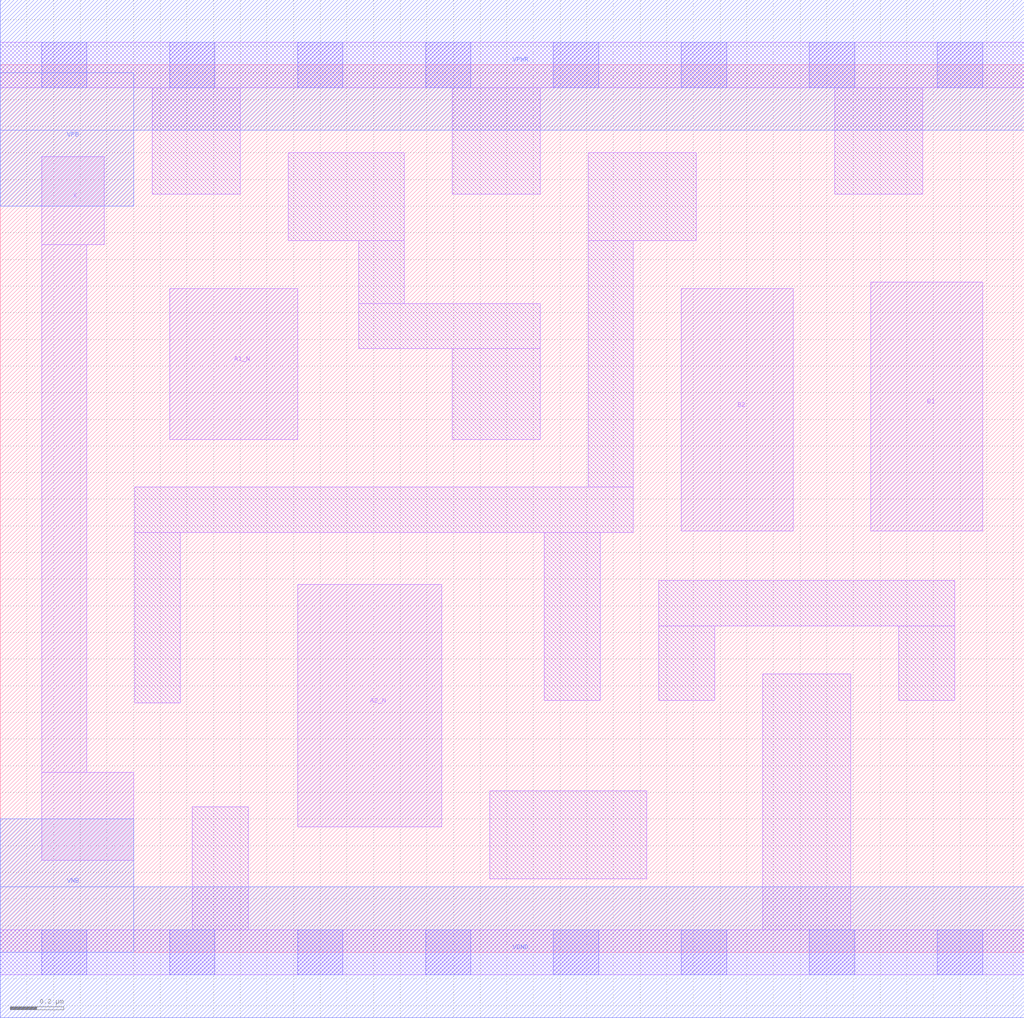
<source format=lef>
# Copyright 2020 The SkyWater PDK Authors
#
# Licensed under the Apache License, Version 2.0 (the "License");
# you may not use this file except in compliance with the License.
# You may obtain a copy of the License at
#
#     https://www.apache.org/licenses/LICENSE-2.0
#
# Unless required by applicable law or agreed to in writing, software
# distributed under the License is distributed on an "AS IS" BASIS,
# WITHOUT WARRANTIES OR CONDITIONS OF ANY KIND, either express or implied.
# See the License for the specific language governing permissions and
# limitations under the License.
#
# SPDX-License-Identifier: Apache-2.0

VERSION 5.5 ;
NAMESCASESENSITIVE ON ;
BUSBITCHARS "[]" ;
DIVIDERCHAR "/" ;
MACRO sky130_fd_sc_lp__o2bb2a_m
  CLASS CORE ;
  SOURCE USER ;
  ORIGIN  0.000000  0.000000 ;
  SIZE  3.840000 BY  3.330000 ;
  SYMMETRY X Y R90 ;
  SITE unit ;
  PIN A1_N
    ANTENNAGATEAREA  0.126000 ;
    DIRECTION INPUT ;
    USE SIGNAL ;
    PORT
      LAYER li1 ;
        RECT 0.635000 1.925000 1.115000 2.490000 ;
    END
  END A1_N
  PIN A2_N
    ANTENNAGATEAREA  0.126000 ;
    DIRECTION INPUT ;
    USE SIGNAL ;
    PORT
      LAYER li1 ;
        RECT 1.115000 0.470000 1.655000 1.380000 ;
    END
  END A2_N
  PIN B1
    ANTENNAGATEAREA  0.126000 ;
    DIRECTION INPUT ;
    USE SIGNAL ;
    PORT
      LAYER li1 ;
        RECT 3.265000 1.580000 3.685000 2.515000 ;
    END
  END B1
  PIN B2
    ANTENNAGATEAREA  0.126000 ;
    DIRECTION INPUT ;
    USE SIGNAL ;
    PORT
      LAYER li1 ;
        RECT 2.555000 1.580000 2.975000 2.490000 ;
    END
  END B2
  PIN X
    ANTENNADIFFAREA  0.222600 ;
    DIRECTION OUTPUT ;
    USE SIGNAL ;
    PORT
      LAYER li1 ;
        RECT 0.155000 0.345000 0.500000 0.675000 ;
        RECT 0.155000 0.675000 0.325000 2.655000 ;
        RECT 0.155000 2.655000 0.390000 2.985000 ;
    END
  END X
  PIN VGND
    DIRECTION INOUT ;
    USE GROUND ;
    PORT
      LAYER met1 ;
        RECT 0.000000 -0.245000 3.840000 0.245000 ;
    END
  END VGND
  PIN VNB
    DIRECTION INOUT ;
    USE GROUND ;
    PORT
    END
  END VNB
  PIN VPB
    DIRECTION INOUT ;
    USE POWER ;
    PORT
    END
  END VPB
  PIN VNB
    DIRECTION INOUT ;
    USE GROUND ;
    PORT
      LAYER met1 ;
        RECT 0.000000 0.000000 0.500000 0.500000 ;
    END
  END VNB
  PIN VPB
    DIRECTION INOUT ;
    USE POWER ;
    PORT
      LAYER met1 ;
        RECT 0.000000 2.800000 0.500000 3.300000 ;
    END
  END VPB
  PIN VPWR
    DIRECTION INOUT ;
    USE POWER ;
    PORT
      LAYER met1 ;
        RECT 0.000000 3.085000 3.840000 3.575000 ;
    END
  END VPWR
  OBS
    LAYER li1 ;
      RECT 0.000000 -0.085000 3.840000 0.085000 ;
      RECT 0.000000  3.245000 3.840000 3.415000 ;
      RECT 0.505000  0.935000 0.675000 1.575000 ;
      RECT 0.505000  1.575000 2.375000 1.745000 ;
      RECT 0.570000  2.845000 0.900000 3.245000 ;
      RECT 0.720000  0.085000 0.930000 0.545000 ;
      RECT 1.080000  2.670000 1.515000 3.000000 ;
      RECT 1.345000  2.265000 2.025000 2.435000 ;
      RECT 1.345000  2.435000 1.515000 2.670000 ;
      RECT 1.695000  1.925000 2.025000 2.265000 ;
      RECT 1.695000  2.845000 2.025000 3.245000 ;
      RECT 1.835000  0.275000 2.425000 0.605000 ;
      RECT 2.040000  0.945000 2.250000 1.575000 ;
      RECT 2.205000  1.745000 2.375000 2.670000 ;
      RECT 2.205000  2.670000 2.610000 3.000000 ;
      RECT 2.470000  0.945000 2.680000 1.225000 ;
      RECT 2.470000  1.225000 3.580000 1.395000 ;
      RECT 2.860000  0.085000 3.190000 1.045000 ;
      RECT 3.130000  2.845000 3.460000 3.245000 ;
      RECT 3.370000  0.945000 3.580000 1.225000 ;
    LAYER mcon ;
      RECT 0.155000 -0.085000 0.325000 0.085000 ;
      RECT 0.155000  3.245000 0.325000 3.415000 ;
      RECT 0.635000 -0.085000 0.805000 0.085000 ;
      RECT 0.635000  3.245000 0.805000 3.415000 ;
      RECT 1.115000 -0.085000 1.285000 0.085000 ;
      RECT 1.115000  3.245000 1.285000 3.415000 ;
      RECT 1.595000 -0.085000 1.765000 0.085000 ;
      RECT 1.595000  3.245000 1.765000 3.415000 ;
      RECT 2.075000 -0.085000 2.245000 0.085000 ;
      RECT 2.075000  3.245000 2.245000 3.415000 ;
      RECT 2.555000 -0.085000 2.725000 0.085000 ;
      RECT 2.555000  3.245000 2.725000 3.415000 ;
      RECT 3.035000 -0.085000 3.205000 0.085000 ;
      RECT 3.035000  3.245000 3.205000 3.415000 ;
      RECT 3.515000 -0.085000 3.685000 0.085000 ;
      RECT 3.515000  3.245000 3.685000 3.415000 ;
  END
END sky130_fd_sc_lp__o2bb2a_m
END LIBRARY

</source>
